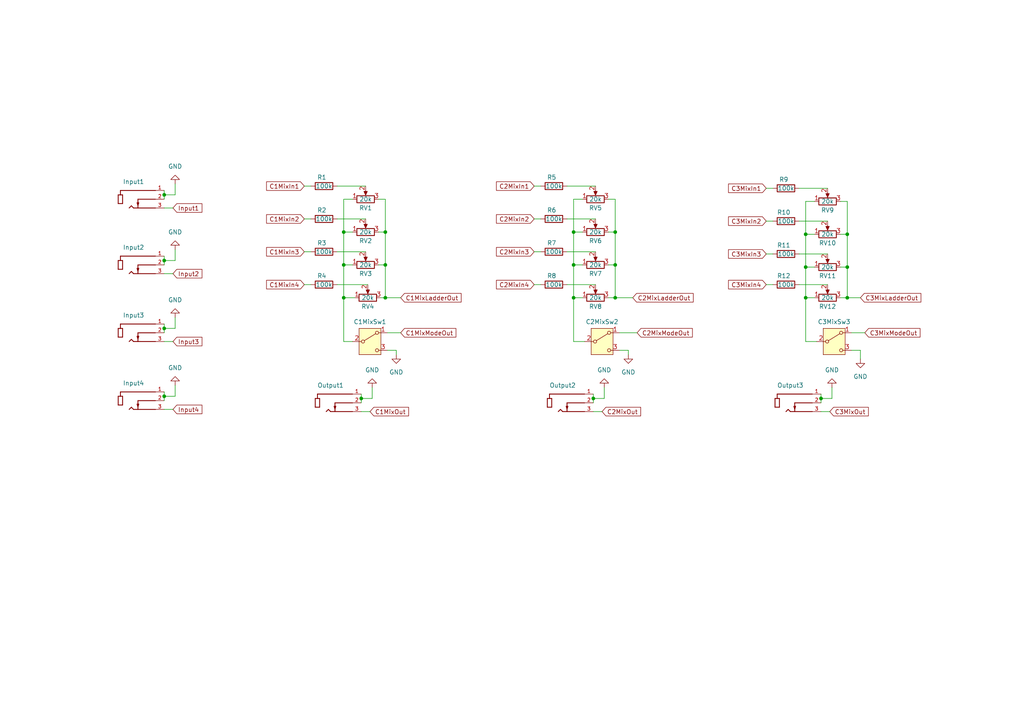
<source format=kicad_sch>
(kicad_sch (version 20230121) (generator eeschema)
  (paper "A4")
  (lib_symbols
    (symbol "Device:R" (pin_numbers hide) (pin_names (offset 0))
      (property "Reference" "R" (at 2.032 0 90))
      (property "Value" "R" (at 0 0 90))
      (symbol "R_0_1"
        (rectangle (start -1.016 -2.54) (end 1.016 2.54) (stroke (width 0.254)))
      )
      (symbol "R_1_1"
        (pin passive line (at 0 3.81 270) (length 1.27) (name "~") (number "1"))
        (pin passive line (at 0 -3.81 90) (length 1.27) (name "~") (number "2"))
      )
    )
    (symbol "Device:R_Potentiometer" (pin_names (offset 1.016) hide)
      (property "Reference" "RV" (at -4.445 0 90))
      (property "Value" "R_Potentiometer" (at -2.54 0 90))
      (symbol "R_Potentiometer_0_1"
        (polyline (pts (xy 2.54 0) (xy 1.524 0)))
        (polyline (pts (xy 1.143 0) (xy 2.286 0.508) (xy 2.286 -0.508) (xy 1.143 0)) (fill (type outline)))
        (rectangle (start 1.016 2.54) (end -1.016 -2.54) (stroke (width 0.254)))
      )
      (symbol "R_Potentiometer_1_1"
        (pin passive line (at 0 3.81 270) (length 1.27) (name "1") (number "1"))
        (pin passive line (at 3.81 0 180) (length 1.27) (name "2") (number "2"))
        (pin passive line (at 0 -3.81 90) (length 1.27) (name "3") (number "3"))
      )
    )
    (symbol "PJ398SM-12:PJ398SM-12" (pin_names (offset 1.016))
      (property "Reference" "J" (at -5.08 2.54 0))
      (property "Value" "PJ398SM-12" (at -5.08 -8.89 0))
      (symbol "PJ398SM-12_0_0"
        (polyline (pts (xy -5.715 -3.81) (xy -5.715 -1.27)) (stroke (width 0.254)))
        (polyline (pts (xy -5.715 -1.27) (xy -5.08 -1.27)) (stroke (width 0.254)))
        (polyline (pts (xy -5.08 -1.27) (xy -4.445 -1.27)) (stroke (width 0.254)))
        (polyline (pts (xy -5.08 0) (xy -5.08 -1.27)) (stroke (width 0.254)))
        (polyline (pts (xy -4.445 -3.81) (xy -5.715 -3.81)) (stroke (width 0.254)))
        (polyline (pts (xy -4.445 -1.27) (xy -4.445 -3.81)) (stroke (width 0.254)))
        (polyline (pts (xy -1.905 -4.445) (xy -2.54 -5.08)) (stroke (width 0.254)))
        (polyline (pts (xy -1.27 -5.08) (xy -1.905 -4.445)) (stroke (width 0.254)))
        (polyline (pts (xy 0 -2.54) (xy 0 -5.08)) (stroke (width 0.254)))
        (polyline (pts (xy 0 -2.54) (xy 5.08 -2.54)) (stroke (width 0.254)))
        (polyline (pts (xy 5.08 -5.08) (xy -1.27 -5.08)) (stroke (width 0.254)))
        (polyline (pts (xy 5.08 0) (xy -5.08 0)) (stroke (width 0.254)))
        (polyline (pts (xy 0 -4.318) (xy 0.254 -3.556) (xy -0.254 -3.556) (xy 0 -4.318)) (stroke (width 0.254)) (fill (type outline)))
        (pin passive line (at 7.62 0 180) (length 2.54) (name "~") (number "1"))
        (pin passive line (at 7.62 -2.54 180) (length 2.54) (name "~") (number "2"))
        (pin passive line (at 7.62 -5.08 180) (length 2.54) (name "~") (number "3"))
      )
    )
    (symbol "Switch:SW_SPDT" (pin_names (offset 0) hide)
      (property "Reference" "SW" (at 0 5.08 0))
      (property "Value" "SW_SPDT" (at 0 -5.08 0))
      (symbol "SW_SPDT_0_1"
        (circle (center -2.032 0) (radius 0.4572))
        (polyline (pts (xy -1.651 0.254) (xy 1.651 2.286)))
        (circle (center 2.032 -2.54) (radius 0.4572))
        (circle (center 2.032 2.54) (radius 0.4572))
      )
      (symbol "SW_SPDT_1_1"
        (rectangle (start -3.175 3.81) (end 3.175 -3.81) (fill (type background)))
        (pin passive line (at 5.08 2.54 180) (length 2.54) (name "A") (number "1"))
        (pin passive line (at -5.08 0 0) (length 2.54) (name "B") (number "2"))
        (pin passive line (at 5.08 -2.54 180) (length 2.54) (name "C") (number "3"))
      )
    )
    (symbol "power:GND" (power) (pin_names (offset 0))
      (property "Value" "GND" (at 0 -3.81 0))
      (symbol "GND_0_1"
        (polyline (pts (xy 0 0) (xy 0 -1.27) (xy 1.27 -1.27) (xy 0 -2.54) (xy -1.27 -1.27) (xy 0 -1.27)))
      )
      (symbol "GND_1_1"
        (pin power_in line (at 0 0 270) (length 0) hide (name "GND") (number "1"))
      )
    )
  )
  (junction (at 233.68 77.47))
  (junction (at 111.76 86.36))
  (junction (at 47.625 75.565))
  (junction (at 111.76 67.31))
  (junction (at 178.435 67.31))
  (junction (at 47.625 56.515))
  (junction (at 99.695 76.835))
  (junction (at 178.435 86.36))
  (junction (at 172.085 115.57))
  (junction (at 99.695 86.36))
  (junction (at 99.695 67.31))
  (junction (at 166.37 76.835))
  (junction (at 233.68 86.36))
  (junction (at 238.125 115.57))
  (junction (at 166.37 86.36))
  (junction (at 245.745 86.36))
  (junction (at 47.625 95.25))
  (junction (at 104.775 115.57))
  (junction (at 111.76 76.835))
  (junction (at 233.68 67.945))
  (junction (at 47.625 114.935))
  (junction (at 178.435 76.835))
  (junction (at 245.745 67.945))
  (junction (at 166.37 67.31))
  (junction (at 245.745 77.47))
  (wire (pts (xy 172.085 114.3) (xy 172.085 115.57)))
  (wire (pts (xy 104.775 115.57) (xy 107.95 115.57)))
  (wire (pts (xy 178.435 76.835) (xy 178.435 86.36)))
  (wire (pts (xy 176.53 86.36) (xy 178.435 86.36)))
  (wire (pts (xy 47.625 95.25) (xy 47.625 96.52)))
  (wire (pts (xy 172.085 119.38) (xy 174.625 119.38)))
  (wire (pts (xy 99.695 67.31) (xy 99.695 57.785)))
  (wire (pts (xy 99.695 99.06) (xy 102.235 99.06)))
  (wire (pts (xy 154.94 53.975) (xy 156.845 53.975)))
  (wire (pts (xy 88.265 82.55) (xy 90.17 82.55)))
  (wire (pts (xy 88.265 73.025) (xy 90.17 73.025)))
  (wire (pts (xy 179.705 96.52) (xy 184.785 96.52)))
  (wire (pts (xy 104.775 119.38) (xy 107.315 119.38)))
  (wire (pts (xy 238.125 114.3) (xy 238.125 115.57)))
  (wire (pts (xy 233.68 58.42) (xy 236.22 58.42)))
  (wire (pts (xy 245.745 77.47) (xy 245.745 86.36)))
  (wire (pts (xy 111.76 67.31) (xy 111.76 76.835)))
  (wire (pts (xy 222.25 73.66) (xy 224.155 73.66)))
  (wire (pts (xy 154.94 73.025) (xy 156.845 73.025)))
  (wire (pts (xy 164.465 82.55) (xy 172.72 82.55)))
  (wire (pts (xy 47.625 95.25) (xy 50.8 95.25)))
  (wire (pts (xy 111.76 76.835) (xy 111.76 86.36)))
  (wire (pts (xy 97.79 73.025) (xy 106.045 73.025)))
  (wire (pts (xy 178.435 67.31) (xy 178.435 76.835)))
  (wire (pts (xy 111.76 67.31) (xy 111.76 57.785)))
  (wire (pts (xy 233.68 99.06) (xy 236.855 99.06)))
  (wire (pts (xy 154.94 63.5) (xy 156.845 63.5)))
  (wire (pts (xy 238.125 115.57) (xy 241.3 115.57)))
  (wire (pts (xy 47.625 55.245) (xy 47.625 56.515)))
  (wire (pts (xy 88.265 53.975) (xy 90.17 53.975)))
  (wire (pts (xy 102.235 67.31) (xy 99.695 67.31)))
  (wire (pts (xy 97.79 63.5) (xy 106.045 63.5)))
  (wire (pts (xy 111.76 86.36) (xy 116.205 86.36)))
  (wire (pts (xy 249.555 101.6) (xy 249.555 104.14)))
  (wire (pts (xy 178.435 67.31) (xy 178.435 57.785)))
  (wire (pts (xy 47.625 99.06) (xy 50.165 99.06)))
  (wire (pts (xy 233.68 67.945) (xy 233.68 77.47)))
  (wire (pts (xy 164.465 73.025) (xy 172.72 73.025)))
  (wire (pts (xy 179.705 101.6) (xy 182.245 101.6)))
  (wire (pts (xy 47.625 56.515) (xy 47.625 57.785)))
  (wire (pts (xy 50.8 72.39) (xy 50.8 75.565)))
  (wire (pts (xy 245.745 67.945) (xy 245.745 77.47)))
  (wire (pts (xy 243.84 67.945) (xy 245.745 67.945)))
  (wire (pts (xy 47.625 114.935) (xy 50.8 114.935)))
  (wire (pts (xy 47.625 75.565) (xy 47.625 76.835)))
  (wire (pts (xy 104.775 114.3) (xy 104.775 115.57)))
  (wire (pts (xy 222.25 82.55) (xy 224.155 82.55)))
  (wire (pts (xy 166.37 86.36) (xy 166.37 99.06)))
  (wire (pts (xy 110.49 86.36) (xy 111.76 86.36)))
  (wire (pts (xy 99.695 76.835) (xy 99.695 86.36)))
  (wire (pts (xy 107.95 112.395) (xy 107.95 115.57)))
  (wire (pts (xy 99.695 86.36) (xy 102.87 86.36)))
  (wire (pts (xy 112.395 96.52) (xy 116.205 96.52)))
  (wire (pts (xy 243.84 58.42) (xy 245.745 58.42)))
  (wire (pts (xy 231.775 82.55) (xy 240.03 82.55)))
  (wire (pts (xy 245.745 86.36) (xy 249.555 86.36)))
  (wire (pts (xy 109.855 76.835) (xy 111.76 76.835)))
  (wire (pts (xy 238.125 119.38) (xy 240.665 119.38)))
  (wire (pts (xy 47.625 79.375) (xy 50.165 79.375)))
  (wire (pts (xy 50.8 53.34) (xy 50.8 56.515)))
  (wire (pts (xy 88.265 63.5) (xy 90.17 63.5)))
  (wire (pts (xy 164.465 63.5) (xy 172.72 63.5)))
  (wire (pts (xy 245.745 67.945) (xy 245.745 58.42)))
  (wire (pts (xy 47.625 56.515) (xy 50.8 56.515)))
  (wire (pts (xy 97.79 53.975) (xy 106.045 53.975)))
  (wire (pts (xy 99.695 67.31) (xy 99.695 76.835)))
  (wire (pts (xy 182.245 101.6) (xy 182.245 102.87)))
  (wire (pts (xy 166.37 57.785) (xy 168.91 57.785)))
  (wire (pts (xy 238.125 115.57) (xy 238.125 116.84)))
  (wire (pts (xy 233.68 86.36) (xy 233.68 99.06)))
  (wire (pts (xy 233.68 77.47) (xy 233.68 86.36)))
  (wire (pts (xy 104.775 115.57) (xy 104.775 116.84)))
  (wire (pts (xy 112.395 101.6) (xy 114.935 101.6)))
  (wire (pts (xy 231.775 54.61) (xy 240.03 54.61)))
  (wire (pts (xy 97.79 82.55) (xy 106.68 82.55)))
  (wire (pts (xy 154.94 82.55) (xy 156.845 82.55)))
  (wire (pts (xy 47.625 74.295) (xy 47.625 75.565)))
  (wire (pts (xy 164.465 53.975) (xy 172.72 53.975)))
  (wire (pts (xy 166.37 67.31) (xy 166.37 76.835)))
  (wire (pts (xy 166.37 67.31) (xy 166.37 57.785)))
  (wire (pts (xy 231.775 73.66) (xy 240.03 73.66)))
  (wire (pts (xy 109.855 67.31) (xy 111.76 67.31)))
  (wire (pts (xy 47.625 114.935) (xy 47.625 116.205)))
  (wire (pts (xy 114.935 101.6) (xy 114.935 102.87)))
  (wire (pts (xy 50.8 111.76) (xy 50.8 114.935)))
  (wire (pts (xy 47.625 75.565) (xy 50.8 75.565)))
  (wire (pts (xy 99.695 86.36) (xy 99.695 99.06)))
  (wire (pts (xy 166.37 76.835) (xy 166.37 86.36)))
  (wire (pts (xy 241.3 112.395) (xy 241.3 115.57)))
  (wire (pts (xy 247.015 101.6) (xy 249.555 101.6)))
  (wire (pts (xy 176.53 67.31) (xy 178.435 67.31)))
  (wire (pts (xy 99.695 57.785) (xy 102.235 57.785)))
  (wire (pts (xy 109.855 57.785) (xy 111.76 57.785)))
  (wire (pts (xy 178.435 86.36) (xy 183.515 86.36)))
  (wire (pts (xy 176.53 76.835) (xy 178.435 76.835)))
  (wire (pts (xy 222.25 54.61) (xy 224.155 54.61)))
  (wire (pts (xy 47.625 113.665) (xy 47.625 114.935)))
  (wire (pts (xy 166.37 99.06) (xy 169.545 99.06)))
  (wire (pts (xy 231.775 64.135) (xy 240.03 64.135)))
  (wire (pts (xy 168.91 67.31) (xy 166.37 67.31)))
  (wire (pts (xy 47.625 93.98) (xy 47.625 95.25)))
  (wire (pts (xy 233.68 77.47) (xy 236.22 77.47)))
  (wire (pts (xy 47.625 118.745) (xy 50.165 118.745)))
  (wire (pts (xy 233.68 86.36) (xy 236.22 86.36)))
  (wire (pts (xy 243.84 77.47) (xy 245.745 77.47)))
  (wire (pts (xy 166.37 86.36) (xy 168.91 86.36)))
  (wire (pts (xy 233.68 67.945) (xy 233.68 58.42)))
  (wire (pts (xy 50.8 92.075) (xy 50.8 95.25)))
  (wire (pts (xy 243.84 86.36) (xy 245.745 86.36)))
  (wire (pts (xy 172.085 115.57) (xy 175.26 115.57)))
  (wire (pts (xy 176.53 57.785) (xy 178.435 57.785)))
  (wire (pts (xy 99.695 76.835) (xy 102.235 76.835)))
  (wire (pts (xy 236.22 67.945) (xy 233.68 67.945)))
  (wire (pts (xy 175.26 112.395) (xy 175.26 115.57)))
  (wire (pts (xy 166.37 76.835) (xy 168.91 76.835)))
  (wire (pts (xy 247.015 96.52) (xy 250.825 96.52)))
  (wire (pts (xy 172.085 115.57) (xy 172.085 116.84)))
  (wire (pts (xy 222.25 64.135) (xy 224.155 64.135)))
  (wire (pts (xy 47.625 60.325) (xy 50.165 60.325)))
  (global_label "C3MixLadderOut" (shape input) (at 249.555 86.36 0) (property "Intersheetrefs" "${INTERSHEET_REFS}" (effects hide)))
  (global_label "C3MixIn3" (shape input) (at 222.25 73.66 180) (property "Intersheetrefs" "${INTERSHEET_REFS}" (effects hide)))
  (global_label "C2MixIn4" (shape input) (at 154.94 82.55 180) (property "Intersheetrefs" "${INTERSHEET_REFS}" (effects hide)))
  (global_label "C1MixLadderOut" (shape input) (at 116.205 86.36 0) (property "Intersheetrefs" "${INTERSHEET_REFS}" (effects hide)))
  (global_label "Input3" (shape input) (at 50.165 99.06 0) (property "Intersheetrefs" "${INTERSHEET_REFS}" (effects hide)))
  (global_label "Input4" (shape input) (at 50.165 118.745 0) (property "Intersheetrefs" "${INTERSHEET_REFS}" (effects hide)))
  (global_label "C3MixIn2" (shape input) (at 222.25 64.135 180) (property "Intersheetrefs" "${INTERSHEET_REFS}" (effects hide)))
  (global_label "C1MixIn2" (shape input) (at 88.265 63.5 180) (property "Intersheetrefs" "${INTERSHEET_REFS}" (effects hide)))
  (global_label "C2MixOut" (shape input) (at 174.625 119.38 0) (property "Intersheetrefs" "${INTERSHEET_REFS}" (effects hide)))
  (global_label "C3MixOut" (shape input) (at 240.665 119.38 0) (property "Intersheetrefs" "${INTERSHEET_REFS}" (effects hide)))
  (global_label "C3MixIn1" (shape input) (at 222.25 54.61 180) (property "Intersheetrefs" "${INTERSHEET_REFS}" (effects hide)))
  (global_label "C1MixModeOut" (shape input) (at 116.205 96.52 0) (property "Intersheetrefs" "${INTERSHEET_REFS}" (effects hide)))
  (global_label "C2MixIn3" (shape input) (at 154.94 73.025 180) (property "Intersheetrefs" "${INTERSHEET_REFS}" (effects hide)))
  (global_label "C2MixLadderOut" (shape input) (at 183.515 86.36 0) (property "Intersheetrefs" "${INTERSHEET_REFS}" (effects hide)))
  (global_label "C3MixIn4" (shape input) (at 222.25 82.55 180) (property "Intersheetrefs" "${INTERSHEET_REFS}" (effects hide)))
  (global_label "C1MixIn4" (shape input) (at 88.265 82.55 180) (property "Intersheetrefs" "${INTERSHEET_REFS}" (effects hide)))
  (global_label "C2MixModeOut" (shape input) (at 184.785 96.52 0) (property "Intersheetrefs" "${INTERSHEET_REFS}" (effects hide)))
  (global_label "C2MixIn1" (shape input) (at 154.94 53.975 180) (property "Intersheetrefs" "${INTERSHEET_REFS}" (effects hide)))
  (global_label "C1MixOut" (shape input) (at 107.315 119.38 0) (property "Intersheetrefs" "${INTERSHEET_REFS}" (effects hide)))
  (global_label "C3MixModeOut" (shape input) (at 250.825 96.52 0) (property "Intersheetrefs" "${INTERSHEET_REFS}" (effects hide)))
  (global_label "C2MixIn2" (shape input) (at 154.94 63.5 180) (property "Intersheetrefs" "${INTERSHEET_REFS}" (effects hide)))
  (global_label "Input1" (shape input) (at 50.165 60.325 0) (property "Intersheetrefs" "${INTERSHEET_REFS}" (effects hide)))
  (global_label "C1MixIn1" (shape input) (at 88.265 53.975 180) (property "Intersheetrefs" "${INTERSHEET_REFS}" (effects hide)))
  (global_label "C1MixIn3" (shape input) (at 88.265 73.025 180) (property "Intersheetrefs" "${INTERSHEET_REFS}" (effects hide)))
  (global_label "Input2" (shape input) (at 50.165 79.375 0) (property "Intersheetrefs" "${INTERSHEET_REFS}" (effects hide)))
  (symbol (lib_id "PJ398SM-12:PJ398SM-12") (at 40.005 93.98 0) (unit 1)
    (property "Reference" "Input3" (at 38.735 91.44 0))
    (property "Value" "PJ398SM-12" (effects hide))
    (property "Footprint" "THONK_PJ398SM-12" (effects hide))
    (property "MANUFACTURER" "Thonk" (effects hide))
    (property "PARTREV" "1" (effects hide))
    (property "MAXIMUM_PACKAGE_HEIGHT" "14.5 mm" (effects hide))
    (property "STANDARD" "Manufacturer Recommendations" (effects hide))
  )
  (symbol (lib_id "power:GND") (at 241.3 112.395 180) (unit 1)
    (property "Reference" "#PWR07" (effects hide))
    (property "Value" "GND" (at 241.3 107.315 0))
  )
  (symbol (lib_id "Device:R_Potentiometer") (at 240.03 86.36 90) (unit 1)
    (property "Reference" "RV12" (at 240.03 88.9 90))
    (property "Value" "20k" (at 240.03 86.36 90))
  )
  (symbol (lib_id "PJ398SM-12:PJ398SM-12") (at 40.005 74.295 0) (unit 1)
    (property "Reference" "Input2" (at 38.735 71.755 0))
    (property "Value" "PJ398SM-12" (effects hide))
    (property "Footprint" "THONK_PJ398SM-12" (effects hide))
    (property "MANUFACTURER" "Thonk" (effects hide))
    (property "PARTREV" "1" (effects hide))
    (property "MAXIMUM_PACKAGE_HEIGHT" "14.5 mm" (effects hide))
    (property "STANDARD" "Manufacturer Recommendations" (effects hide))
  )
  (symbol (lib_id "Device:R_Potentiometer") (at 240.03 58.42 90) (unit 1)
    (property "Reference" "RV9" (at 240.03 60.96 90))
    (property "Value" "20k" (at 240.03 58.42 90))
  )
  (symbol (lib_id "Device:R") (at 160.655 53.975 90) (unit 1)
    (property "Reference" "R5" (at 160.02 51.435 90))
    (property "Value" "100k" (at 160.655 53.975 90))
  )
  (symbol (lib_id "power:GND") (at 50.8 53.34 180) (unit 1)
    (property "Reference" "#PWR01" (effects hide))
    (property "Value" "GND" (at 50.8 48.26 0))
  )
  (symbol (lib_id "power:GND") (at 182.245 102.87 0) (unit 1)
    (property "Reference" "#PWR09" (effects hide))
    (property "Value" "GND" (at 182.245 107.95 0))
  )
  (symbol (lib_id "Device:R") (at 227.965 82.55 90) (unit 1)
    (property "Reference" "R12" (at 227.33 80.01 90))
    (property "Value" "100k" (at 227.965 82.55 90))
  )
  (symbol (lib_id "Device:R") (at 160.655 82.55 90) (unit 1)
    (property "Reference" "R8" (at 160.02 80.01 90))
    (property "Value" "100k" (at 160.655 82.55 90))
  )
  (symbol (lib_id "Device:R") (at 227.965 64.135 90) (unit 1)
    (property "Reference" "R10" (at 227.33 61.595 90))
    (property "Value" "100k" (at 227.965 64.135 90))
  )
  (symbol (lib_id "power:GND") (at 249.555 104.14 0) (unit 1)
    (property "Reference" "#PWR08" (effects hide))
    (property "Value" "GND" (at 249.555 109.22 0))
  )
  (symbol (lib_id "PJ398SM-12:PJ398SM-12") (at 230.505 114.3 0) (unit 1)
    (property "Reference" "Output3" (at 229.235 111.76 0))
    (property "Value" "PJ398SM-12" (effects hide))
    (property "Footprint" "THONK_PJ398SM-12" (effects hide))
    (property "MANUFACTURER" "Thonk" (effects hide))
    (property "PARTREV" "1" (effects hide))
    (property "MAXIMUM_PACKAGE_HEIGHT" "14.5 mm" (effects hide))
    (property "STANDARD" "Manufacturer Recommendations" (effects hide))
  )
  (symbol (lib_id "power:GND") (at 50.8 72.39 180) (unit 1)
    (property "Reference" "#PWR02" (effects hide))
    (property "Value" "GND" (at 50.8 67.31 0))
  )
  (symbol (lib_id "Device:R") (at 227.965 73.66 90) (unit 1)
    (property "Reference" "R11" (at 227.33 71.12 90))
    (property "Value" "100k" (at 227.965 73.66 90))
  )
  (symbol (lib_id "Device:R_Potentiometer") (at 172.72 67.31 90) (unit 1)
    (property "Reference" "RV6" (at 172.72 69.85 90))
    (property "Value" "20k" (at 172.72 67.31 90))
  )
  (symbol (lib_id "power:GND") (at 175.26 112.395 180) (unit 1)
    (property "Reference" "#PWR06" (effects hide))
    (property "Value" "GND" (at 175.26 107.315 0))
  )
  (symbol (lib_id "Device:R") (at 160.655 73.025 90) (unit 1)
    (property "Reference" "R7" (at 160.02 70.485 90))
    (property "Value" "100k" (at 160.655 73.025 90))
  )
  (symbol (lib_id "Device:R_Potentiometer") (at 240.03 67.945 90) (unit 1)
    (property "Reference" "RV10" (at 240.03 70.485 90))
    (property "Value" "20k" (at 240.03 67.945 90))
  )
  (symbol (lib_id "Switch:SW_SPDT") (at 107.315 99.06 0) (unit 1)
    (property "Reference" "C1MixSw1" (at 107.315 93.345 0))
    (property "Value" "SW_SPDT" (effects hide))
  )
  (symbol (lib_id "Device:R_Potentiometer") (at 172.72 57.785 90) (unit 1)
    (property "Reference" "RV5" (at 172.72 60.325 90))
    (property "Value" "20k" (at 172.72 57.785 90))
  )
  (symbol (lib_id "PJ398SM-12:PJ398SM-12") (at 40.005 113.665 0) (unit 1)
    (property "Reference" "Input4" (at 38.735 111.125 0))
    (property "Value" "PJ398SM-12" (effects hide))
    (property "Footprint" "THONK_PJ398SM-12" (effects hide))
    (property "MANUFACTURER" "Thonk" (effects hide))
    (property "PARTREV" "1" (effects hide))
    (property "MAXIMUM_PACKAGE_HEIGHT" "14.5 mm" (effects hide))
    (property "STANDARD" "Manufacturer Recommendations" (effects hide))
  )
  (symbol (lib_id "PJ398SM-12:PJ398SM-12") (at 40.005 55.245 0) (unit 1)
    (property "Reference" "Input1" (at 38.735 52.705 0))
    (property "Value" "PJ398SM-12" (effects hide))
    (property "Footprint" "THONK_PJ398SM-12" (effects hide))
    (property "MANUFACTURER" "Thonk" (effects hide))
    (property "PARTREV" "1" (effects hide))
    (property "MAXIMUM_PACKAGE_HEIGHT" "14.5 mm" (effects hide))
    (property "STANDARD" "Manufacturer Recommendations" (effects hide))
  )
  (symbol (lib_id "Device:R_Potentiometer") (at 172.72 76.835 90) (unit 1)
    (property "Reference" "RV7" (at 172.72 79.375 90))
    (property "Value" "20k" (at 172.72 76.835 90))
  )
  (symbol (lib_id "Switch:SW_SPDT") (at 174.625 99.06 0) (unit 1)
    (property "Reference" "C2MixSw2" (at 174.625 93.345 0))
    (property "Value" "SW_SPDT" (effects hide))
  )
  (symbol (lib_id "power:GND") (at 114.935 102.87 0) (unit 1)
    (property "Reference" "#PWR010" (effects hide))
    (property "Value" "GND" (at 114.935 107.95 0))
  )
  (symbol (lib_id "Device:R_Potentiometer") (at 106.045 76.835 90) (unit 1)
    (property "Reference" "RV3" (at 106.045 79.375 90))
    (property "Value" "20k" (at 106.045 76.835 90))
  )
  (symbol (lib_id "Device:R") (at 160.655 63.5 90) (unit 1)
    (property "Reference" "R6" (at 160.02 60.96 90))
    (property "Value" "100k" (at 160.655 63.5 90))
  )
  (symbol (lib_id "Device:R") (at 93.98 53.975 90) (unit 1)
    (property "Reference" "R1" (at 93.345 51.435 90))
    (property "Value" "100k" (at 93.98 53.975 90))
  )
  (symbol (lib_id "Device:R") (at 93.98 82.55 90) (unit 1)
    (property "Reference" "R4" (at 93.345 80.01 90))
    (property "Value" "100k" (at 93.98 82.55 90))
  )
  (symbol (lib_id "power:GND") (at 50.8 92.075 180) (unit 1)
    (property "Reference" "#PWR03" (effects hide))
    (property "Value" "GND" (at 50.8 86.995 0))
  )
  (symbol (lib_id "PJ398SM-12:PJ398SM-12") (at 97.155 114.3 0) (unit 1)
    (property "Reference" "Output1" (at 95.885 111.76 0))
    (property "Value" "PJ398SM-12" (effects hide))
    (property "Footprint" "THONK_PJ398SM-12" (effects hide))
    (property "MANUFACTURER" "Thonk" (effects hide))
    (property "PARTREV" "1" (effects hide))
    (property "MAXIMUM_PACKAGE_HEIGHT" "14.5 mm" (effects hide))
    (property "STANDARD" "Manufacturer Recommendations" (effects hide))
  )
  (symbol (lib_id "Device:R_Potentiometer") (at 172.72 86.36 90) (unit 1)
    (property "Reference" "RV8" (at 172.72 88.9 90))
    (property "Value" "20k" (at 172.72 86.36 90))
  )
  (symbol (lib_id "Device:R_Potentiometer") (at 106.045 57.785 90) (unit 1)
    (property "Reference" "RV1" (at 106.045 60.325 90))
    (property "Value" "20k" (at 106.045 57.785 90))
  )
  (symbol (lib_id "power:GND") (at 107.95 112.395 180) (unit 1)
    (property "Reference" "#PWR05" (effects hide))
    (property "Value" "GND" (at 107.95 107.315 0))
  )
  (symbol (lib_id "PJ398SM-12:PJ398SM-12") (at 164.465 114.3 0) (unit 1)
    (property "Reference" "Output2" (at 163.195 111.76 0))
    (property "Value" "PJ398SM-12" (effects hide))
    (property "Footprint" "THONK_PJ398SM-12" (effects hide))
    (property "MANUFACTURER" "Thonk" (effects hide))
    (property "PARTREV" "1" (effects hide))
    (property "MAXIMUM_PACKAGE_HEIGHT" "14.5 mm" (effects hide))
    (property "STANDARD" "Manufacturer Recommendations" (effects hide))
  )
  (symbol (lib_id "Device:R_Potentiometer") (at 240.03 77.47 90) (unit 1)
    (property "Reference" "RV11" (at 240.03 80.01 90))
    (property "Value" "20k" (at 240.03 77.47 90))
  )
  (symbol (lib_id "Device:R") (at 93.98 63.5 90) (unit 1)
    (property "Reference" "R2" (at 93.345 60.96 90))
    (property "Value" "100k" (at 93.98 63.5 90))
  )
  (symbol (lib_id "power:GND") (at 50.8 111.76 180) (unit 1)
    (property "Reference" "#PWR04" (effects hide))
    (property "Value" "GND" (at 50.8 106.68 0))
  )
  (symbol (lib_id "Device:R") (at 227.965 54.61 90) (unit 1)
    (property "Reference" "R9" (at 227.33 52.07 90))
    (property "Value" "100k" (at 227.965 54.61 90))
  )
  (symbol (lib_id "Device:R_Potentiometer") (at 106.045 67.31 90) (unit 1)
    (property "Reference" "RV2" (at 106.045 69.85 90))
    (property "Value" "20k" (at 106.045 67.31 90))
  )
  (symbol (lib_id "Switch:SW_SPDT") (at 241.935 99.06 0) (unit 1)
    (property "Reference" "C3MixSw3" (at 241.935 93.345 0))
    (property "Value" "SW_SPDT" (effects hide))
  )
  (symbol (lib_id "Device:R") (at 93.98 73.025 90) (unit 1)
    (property "Reference" "R3" (at 93.345 70.485 90))
    (property "Value" "100k" (at 93.98 73.025 90))
  )
  (symbol (lib_id "Device:R_Potentiometer") (at 106.68 86.36 90) (unit 1)
    (property "Reference" "RV4" (at 106.68 88.9 90))
    (property "Value" "20k" (at 106.68 86.36 90))
  )
)
</source>
